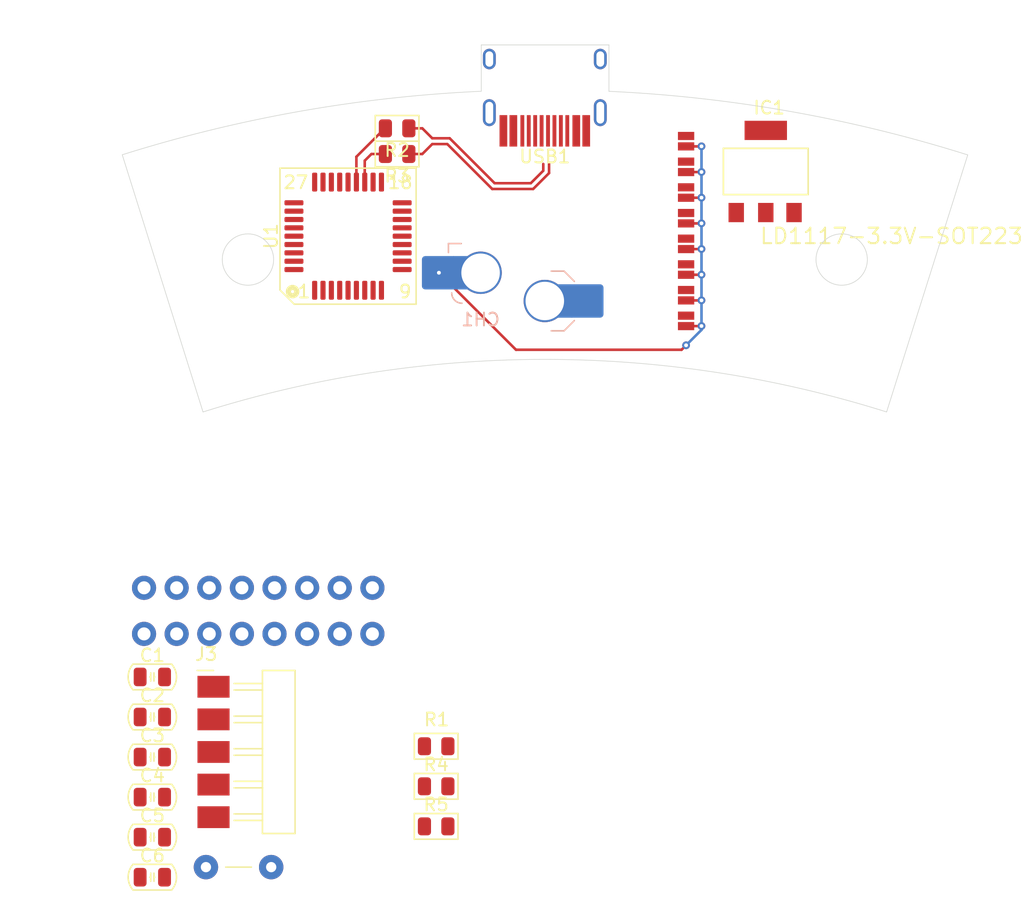
<source format=kicad_pcb>
(kicad_pcb (version 20241229) (generator "pcbnew") (generator_version "9.0")
  (layers (0 "F.Cu" signal) (2 "B.Cu" signal) (13 "F.Paste" user) (15 "B.Paste" user) (5 "F.SilkS" user "F.Silkscreen") (7 "B.SilkS" user "B.Silkscreen") (1 "F.Mask" user) (3 "B.Mask" user) (25 "Edge.Cuts" user))
  (net 0 "")
  (net 1 "/BTN2")
  (net 2 "/BTN8")
  (net 3 "/BTN6")
  (net 4 "/BTN5")
  (net 5 "/BTN3")
  (net 6 "+3.3V")
  (net 7 "/BTN7")
  (net 8 "/BTN4")
  (net 9 "/BTN1")
  (net 10 "GND")
  (net 12 "5V")
  (net 13 "/RST")
  (net 14 "/SWCLK")
  (net 15 "/SWDIO")
  (net 16 "Net-(JMP_BTN1-A)")
  (net 17 "Net-(U1-PB8-BOOT0)")
  (net 19 "Net-(U1-PA12)")
  (net 20 "Net-(U1-PA11)")
  (net 21 "Net-(USB1-CC2)")
  (net 22 "Net-(USB1-CC1)")
  (net 36 "/D+")
  (net 37 "/D-")
  (footprint "PCM_SparkFun-Jumper:Jumper_2_NO_NoSilk" (layer "F.Cu") (at 161 105.5 -90)
    (property "Reference" "JMP_BTN2")
    (property "Value" "~")
    (pad "1" smd rect (at -0.4064 0 270) (size 0.635 1.27) (layers "F.Cu" "F.Mask") (net 1 "/BTN2"))
    (pad "2" smd rect (at 0.4064 0 270) (size 0.635 1.27) (layers "F.Cu" "F.Mask") (net 16 "Net-(JMP_BTN1-A)"))
  )
  (footprint "PCM_Capacitor_SMD_Handsoldering_AKL:C_0805_2012Metric" (layer "F.Cu") (at 119.440894 138.36)
    (property "Reference" "C2" (at 0 -1.68 0) (layer "F.SilkS"))
    (property "Value" "100uF" (hide yes))
    (fp_line (start -1.5 1) (end 1.5 1) (stroke (width 0.12)) (layer "F.SilkS"))
    (fp_line (start -0.127 -0.3175) (end -0.127 0.3175) (stroke (width 0.12)) (layer "F.SilkS"))
    (fp_line (start -0.127 0) (end -0.1905 0) (stroke (width 0.12)) (layer "F.SilkS"))
    (fp_line (start 0.127 0) (end 0.1905 0) (stroke (width 0.12)) (layer "F.SilkS"))
    (fp_line (start 0.127 0.3175) (end 0.127 -0.3175) (stroke (width 0.12)) (layer "F.SilkS"))
    (fp_line (start 1.5 -1) (end -1.5 -1) (stroke (width 0.12)) (layer "F.SilkS"))
    (fp_arc (start -1.5 1) (mid -1.880894 0) (end -1.5 -1) (stroke (width 0.12)) (layer "F.SilkS"))
    (fp_arc (start 1.5 -1) (mid 1.880894 0) (end 1.5 1) (stroke (width 0.12)) (layer "F.SilkS"))
    (pad "1" smd roundrect (at -0.95 0) (size 1 1.45) (layers "F.Cu" "F.Mask" "F.Paste") (net 10 "GND"))
    (pad "2" smd roundrect (at 0.95 0) (size 1 1.45) (layers "F.Cu" "F.Mask" "F.Paste") (net 6 "+3.3V"))
  )
  (footprint "PCM_Capacitor_SMD_Handsoldering_AKL:C_0805_2012Metric" (layer "F.Cu") (at 119.440894 147.72)
    (property "Reference" "C5" (at 0 -1.68 0) (layer "F.SilkS"))
    (property "Value" "100uF" (hide yes))
    (fp_line (start -1.5 1) (end 1.5 1) (stroke (width 0.12)) (layer "F.SilkS"))
    (fp_line (start -0.127 -0.3175) (end -0.127 0.3175) (stroke (width 0.12)) (layer "F.SilkS"))
    (fp_line (start -0.127 0) (end -0.1905 0) (stroke (width 0.12)) (layer "F.SilkS"))
    (fp_line (start 0.127 0) (end 0.1905 0) (stroke (width 0.12)) (layer "F.SilkS"))
    (fp_line (start 0.127 0.3175) (end 0.127 -0.3175) (stroke (width 0.12)) (layer "F.SilkS"))
    (fp_line (start 1.5 -1) (end -1.5 -1) (stroke (width 0.12)) (layer "F.SilkS"))
    (fp_arc (start -1.5 1) (mid -1.880894 0) (end -1.5 -1) (stroke (width 0.12)) (layer "F.SilkS"))
    (fp_arc (start 1.5 -1) (mid 1.880894 0) (end 1.5 1) (stroke (width 0.12)) (layer "F.SilkS"))
    (pad "1" smd roundrect (at -0.95 0) (size 1 1.45) (layers "F.Cu" "F.Mask" "F.Paste") (net 10 "GND"))
    (pad "2" smd roundrect (at 0.95 0) (size 1 1.45) (layers "F.Cu" "F.Mask" "F.Paste") (net 6 "+3.3V"))
  )
  (footprint "PCM_SparkFun-Connector:1x08_P2.54mm" (layer "F.Cu") (at 118.795 128.295)
    (property "Reference" "J1")
    (property "Value" "Input")
    (pad "1" thru_hole circle (at 0 0 90) (size 1.8796 1.8796) (drill 1.016) (layers "*.Cu" "*.Mask") (net 6 "+3.3V"))
    (pad "2" thru_hole circle (at 2.54 0 90) (size 1.8796 1.8796) (drill 1.016) (layers "*.Cu" "*.Mask") (net 1 "/BTN2"))
    (pad "3" thru_hole circle (at 5.08 0 90) (size 1.8796 1.8796) (drill 1.016) (layers "*.Cu" "*.Mask") (net 5 "/BTN3"))
    (pad "4" thru_hole circle (at 7.62 0 90) (size 1.8796 1.8796) (drill 1.016) (layers "*.Cu" "*.Mask") (net 8 "/BTN4"))
    (pad "5" thru_hole circle (at 10.16 0 90) (size 1.8796 1.8796) (drill 1.016) (layers "*.Cu" "*.Mask") (net 4 "/BTN5"))
    (pad "6" thru_hole circle (at 12.7 0 90) (size 1.8796 1.8796) (drill 1.016) (layers "*.Cu" "*.Mask") (net 3 "/BTN6"))
    (pad "7" thru_hole circle (at 15.24 0 90) (size 1.8796 1.8796) (drill 1.016) (layers "*.Cu" "*.Mask") (net 7 "/BTN7"))
    (pad "8" thru_hole circle (at 17.78 0 90) (size 1.8796 1.8796) (drill 1.016) (layers "*.Cu" "*.Mask") (net 2 "/BTN8"))
  )
  (footprint "PCM_SparkFun-Jumper:Jumper_2_NO_NoSilk" (layer "F.Cu") (at 161 93.5 -90)
    (property "Reference" "JMP_BTN8")
    (property "Value" "~")
    (pad "1" smd rect (at -0.4064 0 270) (size 0.635 1.27) (layers "F.Cu" "F.Mask") (net 2 "/BTN8"))
    (pad "2" smd rect (at 0.4064 0 270) (size 0.635 1.27) (layers "F.Cu" "F.Mask") (net 16 "Net-(JMP_BTN1-A)"))
  )
  (footprint "PCM_Resistor_SMD_AKL:R_0805_2012Metric" (layer "F.Cu") (at 141.54 140.64)
    (property "Reference" "R1" (at 0.0336 -2.08 180) (layer "F.SilkS"))
    (property "Value" "10k" (hide yes))
    (fp_line (start -1.7 -1) (end -1.7 1) (stroke (width 0.12)) (layer "F.SilkS"))
    (fp_line (start -1.7 1) (end 1.7 1) (stroke (width 0.12)) (layer "F.SilkS"))
    (fp_line (start 1.7 -1) (end -1.7 -1) (stroke (width 0.12)) (layer "F.SilkS"))
    (fp_line (start 1.7 1) (end 1.7 -1) (stroke (width 0.12)) (layer "F.SilkS"))
    (pad "1" smd roundrect (at -0.9125 0) (size 1.025 1.4) (layers "F.Cu" "F.Mask" "F.Paste") (roundrect_rratio 0.243902) (net 10 "GND"))
    (pad "2" smd roundrect (at 0.9125 0) (size 1.025 1.4) (layers "F.Cu" "F.Mask" "F.Paste") (roundrect_rratio 0.243902) (net 17 "Net-(U1-PB8-BOOT0)"))
  )
  (footprint "PCM_SL_Jumpers:JUP_P5.08mm" (layer "F.Cu") (at 126.155 150.055)
    (property "Reference" "JP1" (hide yes))
    (property "Value" "JUP_P5.08mm")
    (fp_line (start -1 0) (end 1 0) (stroke (width 0.12)) (layer "F.SilkS"))
    (pad "1" thru_hole circle (at -2.54 0) (size 1.9 1.9) (drill 0.8) (layers "*.Cu" "*.Mask") (net 13 "/RST"))
    (pad "2" thru_hole circle (at 2.54 0) (size 1.9 1.9) (drill 0.8) (layers "*.Cu" "*.Mask") (net 10 "GND"))
  )
  (footprint "PCM_SparkFun-Jumper:Jumper_2_NO_NoSilk" (layer "F.Cu") (at 161 95.5 -90)
    (property "Reference" "JMP_BTN7")
    (property "Value" "~")
    (pad "1" smd rect (at -0.4064 0 270) (size 0.635 1.27) (layers "F.Cu" "F.Mask") (net 7 "/BTN7"))
    (pad "2" smd rect (at 0.4064 0 270) (size 0.635 1.27) (layers "F.Cu" "F.Mask") (net 16 "Net-(JMP_BTN1-A)"))
  )
  (footprint "PCM_SparkFun-Jumper:Jumper_2_NO_NoSilk" (layer "F.Cu") (at 161 97.5 -90)
    (property "Reference" "JMP_BTN6")
    (property "Value" "~")
    (pad "1" smd rect (at -0.4064 0 270) (size 0.635 1.27) (layers "F.Cu" "F.Mask") (net 3 "/BTN6"))
    (pad "2" smd rect (at 0.4064 0 270) (size 0.635 1.27) (layers "F.Cu" "F.Mask") (net 16 "Net-(JMP_BTN1-A)"))
  )
  (footprint "PCM_Resistor_SMD_AKL:R_0805_2012Metric" (layer "F.Cu") (at 138.5 94.5 180)
    (property "Reference" "R3" (at 0 -1.7 0) (layer "F.SilkS"))
    (property "Value" "22" (hide yes))
    (fp_line (start 1.7 1) (end 1.7 -1) (stroke (width 0.12)) (layer "F.SilkS"))
    (fp_line (start 1.7 -1) (end -1.7 -1) (stroke (width 0.12)) (layer "F.SilkS"))
    (fp_line (start -1.7 1) (end 1.7 1) (stroke (width 0.12)) (layer "F.SilkS"))
    (fp_line (start -1.7 -1) (end -1.7 1) (stroke (width 0.12)) (layer "F.SilkS"))
    (pad "1" smd roundrect (at -0.9125 0 180) (size 1.025 1.4) (layers "F.Cu" "F.Mask" "F.Paste") (roundrect_rratio 0.243902) (net 37 "/D-"))
    (pad "2" smd roundrect (at 0.9125 0 180) (size 1.025 1.4) (layers "F.Cu" "F.Mask" "F.Paste") (roundrect_rratio 0.243902) (net 20 "Net-(U1-PA11)"))
  )
  (footprint "PCM_Capacitor_SMD_Handsoldering_AKL:C_0805_2012Metric" (layer "F.Cu") (at 119.440894 144.6)
    (property "Reference" "C4" (at 0 -1.68 0) (layer "F.SilkS"))
    (property "Value" "100uF" (hide yes))
    (fp_line (start -1.5 1) (end 1.5 1) (stroke (width 0.12)) (layer "F.SilkS"))
    (fp_line (start -0.127 -0.3175) (end -0.127 0.3175) (stroke (width 0.12)) (layer "F.SilkS"))
    (fp_line (start -0.127 0) (end -0.1905 0) (stroke (width 0.12)) (layer "F.SilkS"))
    (fp_line (start 0.127 0) (end 0.1905 0) (stroke (width 0.12)) (layer "F.SilkS"))
    (fp_line (start 0.127 0.3175) (end 0.127 -0.3175) (stroke (width 0.12)) (layer "F.SilkS"))
    (fp_line (start 1.5 -1) (end -1.5 -1) (stroke (width 0.12)) (layer "F.SilkS"))
    (fp_arc (start -1.5 1) (mid -1.880894 0) (end -1.5 -1) (stroke (width 0.12)) (layer "F.SilkS"))
    (fp_arc (start 1.5 -1) (mid 1.880894 0) (end 1.5 1) (stroke (width 0.12)) (layer "F.SilkS"))
    (pad "1" smd roundrect (at -0.95 0) (size 1 1.45) (layers "F.Cu" "F.Mask" "F.Paste") (net 10 "GND"))
    (pad "2" smd roundrect (at 0.95 0) (size 1 1.45) (layers "F.Cu" "F.Mask" "F.Paste") (net 6 "+3.3V"))
  )
  (footprint "extern:HRO-TYPE-C-31-M-12-HandSoldering" (layer "F.Cu") (at 150 84.5 180)
    (property "Reference" "USB1" (at -0.000001 -10.2 0) (layer "F.SilkS"))
    (property "Value" "HRO-TYPE-C-31-M-12")
    (pad "" np_thru_hole circle (at -2.89 -6.25 180) (size 0.65 0.65) (drill 0.65) (layers "*.Cu" "*.Mask"))
    (pad "" np_thru_hole circle (at 2.89 -6.25 180) (size 0.65 0.65) (drill 0.65) (layers "*.Cu" "*.Mask"))
    (pad "1" smd rect (at -3.225 -8.195 180) (size 0.6 2.45) (layers "F.Cu" "F.Mask" "F.Paste") (net 10 "GND"))
    (pad "2" smd rect (at -2.450001 -8.195 180) (size 0.6 2.45) (layers "F.Cu" "F.Mask" "F.Paste") (net 12 "5V"))
    (pad "3" smd rect (at -1.75 -8.195 180) (size 0.3 2.45) (layers "F.Cu" "F.Mask" "F.Paste"))
    (pad "4" smd rect (at -1.250001 -8.195 180) (size 0.3 2.45) (layers "F.Cu" "F.Mask" "F.Paste") (net 22 "Net-(USB1-CC1)"))
    (pad "5" smd rect (at -0.75 -8.195 180) (size 0.3 2.45) (layers "F.Cu" "F.Mask" "F.Paste") (net 37 "/D-"))
    (pad "6" smd rect (at -0.25 -8.194999 180) (size 0.3 2.45) (layers "F.Cu" "F.Mask" "F.Paste") (net 36 "/D+"))
    (pad "7" smd rect (at 0.250001 -8.195 180) (size 0.3 2.45) (layers "F.Cu" "F.Mask" "F.Paste") (net 37 "/D-"))
    (pad "8" smd rect (at 0.75 -8.195 180) (size 0.3 2.45) (layers "F.Cu" "F.Mask" "F.Paste") (net 36 "/D+"))
    (pad "9" smd rect (at 1.25 -8.195001 180) (size 0.3 2.45) (layers "F.Cu" "F.Mask" "F.Paste"))
    (pad "10" smd rect (at 1.750001 -8.195 180) (size 0.3 2.45) (layers "F.Cu" "F.Mask" "F.Paste") (net 21 "Net-(USB1-CC2)"))
    (pad "11" smd rect (at 2.450001 -8.195 180) (size 0.6 2.45) (layers "F.Cu" "F.Mask" "F.Paste") (net 12 "5V"))
    (pad "12" smd rect (at 3.224999 -8.195 180) (size 0.6 2.45) (layers "F.Cu" "F.Mask" "F.Paste") (net 10 "GND"))
    (pad "13" thru_hole oval (at -4.320001 -2.6 180) (size 1 1.6) (drill oval 0.6 1.2) (layers "*.Cu" "B.Mask") (net 10 "GND"))
    (pad "13" thru_hole oval (at -4.32 -6.78 180) (size 1 2.1) (drill oval 0.6 1.7) (layers "*.Cu" "B.Mask") (net 10 "GND"))
    (pad "13" thru_hole oval (at 4.32 -6.78 180) (size 1 2.1) (drill oval 0.6 1.7) (layers "*.Cu" "B.Mask") (net 10 "GND"))
    (pad "13" thru_hole oval (at 4.32 -2.6 180) (size 1 1.6) (drill oval 0.6 1.2) (layers "*.Cu" "B.Mask") (net 10 "GND"))
  )
  (footprint "PCM_SparkFun-Jumper:Jumper_2_NO_NoSilk" (layer "F.Cu") (at 161 103.5 -90)
    (property "Reference" "JMP_BTN3")
    (property "Value" "~")
    (pad "1" smd rect (at -0.4064 0 270) (size 0.635 1.27) (layers "F.Cu" "F.Mask") (net 5 "/BTN3"))
    (pad "2" smd rect (at 0.4064 0 270) (size 0.635 1.27) (layers "F.Cu" "F.Mask") (net 16 "Net-(JMP_BTN1-A)"))
  )
  (footprint "PCM_SparkFun-Jumper:Jumper_2_NO_NoSilk" (layer "F.Cu") (at 161 101.5 -90)
    (property "Reference" "JMP_BTN4")
    (property "Value" "~")
    (pad "1" smd rect (at -0.4064 0 270) (size 0.635 1.27) (layers "F.Cu" "F.Mask") (net 8 "/BTN4"))
    (pad "2" smd rect (at 0.4064 0 270) (size 0.635 1.27) (layers "F.Cu" "F.Mask") (net 16 "Net-(JMP_BTN1-A)"))
  )
  (footprint "PCM_Package_QFP_AKL:LQFP-36_7x7mm_P0.65mm" (layer "F.Cu") (at 134.679806 100.90103 90)
    (property "Reference" "U1" (at 0 -5.993 90) (layer "F.SilkS"))
    (property "Value" "~" (hide yes))
    (fp_line (start 5.3 -5.3) (end 5.3 5.3) (stroke (width 0.12)) (layer "F.SilkS"))
    (fp_line (start -4.191 -5.3) (end 5.3 -5.3) (stroke (width 0.12)) (layer "F.SilkS"))
    (fp_line (start -5.3 -4.191) (end -4.191 -5.3) (stroke (width 0.12)) (layer "F.SilkS"))
    (fp_line (start 5.3 5.3) (end -5.3 5.3) (stroke (width 0.12)) (layer "F.SilkS"))
    (fp_line (start -5.3 5.3) (end -5.3 -4.191) (stroke (width 0.12)) (layer "F.SilkS"))
    (fp_circle (center -4.318 -4.318) (end -4.191 -4.318) (stroke (width 0.4)) (fill no) (layer "F.SilkS"))
    (fp_text user "1" (at -4.318 -3.429 0) (layer "F.SilkS"))
    (fp_text user "18" (at 4.191 4.064 0) (layer "F.SilkS"))
    (fp_text user "27" (at 4.191 -4.064 0) (layer "F.SilkS"))
    (fp_text user "9" (at -4.318 4.445 0) (layer "F.SilkS"))
    (pad "1" smd roundrect (at -4.2125 -2.6 90) (size 1.475 0.4) (layers "F.Cu" "F.Mask" "F.Paste") (net 6 "+3.3V"))
    (pad "2" smd roundrect (at -4.2125 -1.95 90) (size 1.475 0.4) (layers "F.Cu" "F.Mask" "F.Paste"))
    (pad "3" smd roundrect (at -4.2125 -1.3 90) (size 1.475 0.4) (layers "F.Cu" "F.Mask" "F.Paste"))
    (pad "4" smd roundrect (at -4.2125 -0.65 90) (size 1.475 0.4) (layers "F.Cu" "F.Mask" "F.Paste") (net 13 "/RST"))
    (pad "5" smd roundrect (at -4.2125 0 90) (size 1.475 0.4) (layers "F.Cu" "F.Mask" "F.Paste") (net 6 "+3.3V"))
    (pad "6" smd roundrect (at -4.2125 0.65 90) (size 1.475 0.4) (layers "F.Cu" "F.Mask" "F.Paste") (net 9 "/BTN1"))
    (pad "7" smd roundrect (at -4.2125 1.3 90) (size 1.475 0.4) (layers "F.Cu" "F.Mask" "F.Paste") (net 1 "/BTN2"))
    (pad "8" smd roundrect (at -4.2125 1.95 90) (size 1.475 0.4) (layers "F.Cu" "F.Mask" "F.Paste") (net 5 "/BTN3"))
    (pad "9" smd roundrect (at -4.2125 2.6 90) (size 1.475 0.4) (layers "F.Cu" "F.Mask" "F.Paste") (net 8 "/BTN4"))
    (pad "10" smd roundrect (at -2.6 4.2125 90) (size 0.4 1.475) (layers "F.Cu" "F.Mask" "F.Paste") (net 4 "/BTN5"))
    (pad "11" smd roundrect (at -1.95 4.2125 90) (size 0.4 1.475) (layers "F.Cu" "F.Mask" "F.Paste") (net 3 "/BTN6"))
    (pad "12" smd roundrect (at -1.3 4.2125 90) (size 0.4 1.475) (layers "F.Cu" "F.Mask" "F.Paste") (net 7 "/BTN7"))
    (pad "13" smd roundrect (at -0.65 4.2125 90) (size 0.4 1.475) (layers "F.Cu" "F.Mask" "F.Paste") (net 2 "/BTN8"))
    (pad "14" smd roundrect (at 0 4.2125 90) (size 0.4 1.475) (layers "F.Cu" "F.Mask" "F.Paste"))
    (pad "15" smd roundrect (at 0.65 4.2125 90) (size 0.4 1.475) (layers "F.Cu" "F.Mask" "F.Paste"))
    (pad "16" smd roundrect (at 1.3 4.2125 90) (size 0.4 1.475) (layers "F.Cu" "F.Mask" "F.Paste") (net 10 "GND"))
    (pad "17" smd roundrect (at 1.95 4.2125 90) (size 0.4 1.475) (layers "F.Cu" "F.Mask" "F.Paste") (net 6 "+3.3V"))
    (pad "18" smd roundrect (at 2.6 4.2125 90) (size 0.4 1.475) (layers "F.Cu" "F.Mask" "F.Paste"))
    (pad "19" smd roundrect (at 4.2125 2.6 90) (size 1.475 0.4) (layers "F.Cu" "F.Mask" "F.Paste"))
    (pad "20" smd roundrect (at 4.2125 1.95 90) (size 1.475 0.4) (layers "F.Cu" "F.Mask" "F.Paste"))
    (pad "21" smd roundrect (at 4.2125 1.3 90) (size 1.475 0.4) (layers "F.Cu" "F.Mask" "F.Paste") (net 20 "Net-(U1-PA11)"))
    (pad "22" smd roundrect (at 4.2125 0.65 90) (size 1.475 0.4) (layers "F.Cu" "F.Mask" "F.Paste") (net 19 "Net-(U1-PA12)"))
    (pad "23" smd roundrect (at 4.2125 0 90) (size 1.475 0.4) (layers "F.Cu" "F.Mask" "F.Paste") (net 15 "/SWDIO"))
    (pad "24" smd roundrect (at 4.2125 -0.65 90) (size 1.475 0.4) (layers "F.Cu" "F.Mask" "F.Paste") (net 14 "/SWCLK"))
    (pad "25" smd roundrect (at 4.2125 -1.3 90) (size 1.475 0.4) (layers "F.Cu" "F.Mask" "F.Paste"))
    (pad "26" smd roundrect (at 4.2125 -1.95 90) (size 1.475 0.4) (layers "F.Cu" "F.Mask" "F.Paste"))
    (pad "27" smd roundrect (at 4.2125 -2.6 90) (size 1.475 0.4) (layers "F.Cu" "F.Mask" "F.Paste"))
    (pad "28" smd roundrect (at 2.6 -4.2125 90) (size 0.4 1.475) (layers "F.Cu" "F.Mask" "F.Paste"))
    (pad "29" smd roundrect (at 1.95 -4.2125 90) (size 0.4 1.475) (layers "F.Cu" "F.Mask" "F.Paste"))
    (pad "30" smd roundrect (at 1.3 -4.2125 90) (size 0.4 1.475) (layers "F.Cu" "F.Mask" "F.Paste"))
    (pad "31" smd roundrect (at 0.65 -4.2125 90) (size 0.4 1.475) (layers "F.Cu" "F.Mask" "F.Paste") (net 17 "Net-(U1-PB8-BOOT0)"))
    (pad "32" smd roundrect (at 0 -4.2125 90) (size 0.4 1.475) (layers "F.Cu" "F.Mask" "F.Paste") (net 10 "GND"))
    (pad "33" smd roundrect (at -0.65 -4.2125 90) (size 0.4 1.475) (layers "F.Cu" "F.Mask" "F.Paste"))
    (pad "34" smd roundrect (at -1.3 -4.2125 90) (size 0.4 1.475) (layers "F.Cu" "F.Mask" "F.Paste"))
    (pad "35" smd roundrect (at -1.95 -4.2125 90) (size 0.4 1.475) (layers "F.Cu" "F.Mask" "F.Paste"))
    (pad "36" smd roundrect (at -2.6 -4.2125 90) (size 0.4 1.475) (layers "F.Cu" "F.Mask" "F.Paste"))
  )
  (footprint "PCM_Resistor_SMD_AKL:R_0805_2012Metric" (layer "F.Cu") (at 141.54 143.76)
    (property "Reference" "R4" (at 0 -1.7 0) (layer "F.SilkS"))
    (property "Value" "5.1k" (hide yes))
    (fp_line (start -1.7 -1) (end -1.7 1) (stroke (width 0.12)) (layer "F.SilkS"))
    (fp_line (start -1.7 1) (end 1.7 1) (stroke (width 0.12)) (layer "F.SilkS"))
    (fp_line (start 1.7 -1) (end -1.7 -1) (stroke (width 0.12)) (layer "F.SilkS"))
    (fp_line (start 1.7 1) (end 1.7 -1) (stroke (width 0.12)) (layer "F.SilkS"))
    (pad "1" smd roundrect (at -0.9125 0) (size 1.025 1.4) (layers "F.Cu" "F.Mask" "F.Paste") (roundrect_rratio 0.243902) (net 21 "Net-(USB1-CC2)"))
    (pad "2" smd roundrect (at 0.9125 0) (size 1.025 1.4) (layers "F.Cu" "F.Mask" "F.Paste") (roundrect_rratio 0.243902) (net 10 "GND"))
  )
  (footprint "PCM_SparkFun-Connector:1x08_P2.54mm" (layer "F.Cu") (at 118.795 131.885)
    (property "Reference" "J2")
    (property "Value" "Output")
    (pad "1" thru_hole circle (at 0 0 90) (size 1.8796 1.8796) (drill 1.016) (layers "*.Cu" "*.Mask") (net 6 "+3.3V"))
    (pad "2" thru_hole circle (at 2.54 0 90) (size 1.8796 1.8796) (drill 1.016) (layers "*.Cu" "*.Mask") (net 1 "/BTN2"))
    (pad "3" thru_hole circle (at 5.08 0 90) (size 1.8796 1.8796) (drill 1.016) (layers "*.Cu" "*.Mask") (net 5 "/BTN3"))
    (pad "4" thru_hole circle (at 7.62 0 90) (size 1.8796 1.8796) (drill 1.016) (layers "*.Cu" "*.Mask") (net 8 "/BTN4"))
    (pad "5" thru_hole circle (at 10.16 0 90) (size 1.8796 1.8796) (drill 1.016) (layers "*.Cu" "*.Mask") (net 4 "/BTN5"))
    (pad "6" thru_hole circle (at 12.7 0 90) (size 1.8796 1.8796) (drill 1.016) (layers "*.Cu" "*.Mask") (net 3 "/BTN6"))
    (pad "7" thru_hole circle (at 15.24 0 90) (size 1.8796 1.8796) (drill 1.016) (layers "*.Cu" "*.Mask") (net 7 "/BTN7"))
    (pad "8" thru_hole circle (at 17.78 0 90) (size 1.8796 1.8796) (drill 1.016) (layers "*.Cu" "*.Mask") (net 2 "/BTN8"))
  )
  (footprint "PCM_Resistor_SMD_AKL:R_0805_2012Metric" (layer "F.Cu") (at 138.5 92.5 180)
    (property "Reference" "R2" (at 0 -1.7 0) (layer "F.SilkS"))
    (property "Value" "22" (hide yes))
    (fp_line (start 1.7 1) (end 1.7 -1) (stroke (width 0.12)) (layer "F.SilkS"))
    (fp_line (start 1.7 -1) (end -1.7 -1) (stroke (width 0.12)) (layer "F.SilkS"))
    (fp_line (start -1.7 1) (end 1.7 1) (stroke (width 0.12)) (layer "F.SilkS"))
    (fp_line (start -1.7 -1) (end -1.7 1) (stroke (width 0.12)) (layer "F.SilkS"))
    (pad "1" smd roundrect (at -0.9125 0 180) (size 1.025 1.4) (layers "F.Cu" "F.Mask" "F.Paste") (roundrect_rratio 0.243902) (net 36 "/D+"))
    (pad "2" smd roundrect (at 0.9125 0 180) (size 1.025 1.4) (layers "F.Cu" "F.Mask" "F.Paste") (roundrect_rratio 0.243902) (net 19 "Net-(U1-PA12)"))
  )
  (footprint "PCM_SparkFun-Jumper:Jumper_2_NO_NoSilk" (layer "F.Cu") (at 161 107.5 90)
    (property "Reference" "JMP_BTN1")
    (property "Value" "~")
    (pad "1" smd rect (at -0.4064 0 90) (size 0.635 1.27) (layers "F.Cu" "F.Mask") (net 16 "Net-(JMP_BTN1-A)"))
    (pad "2" smd rect (at 0.4064 0 90) (size 0.635 1.27) (layers "F.Cu" "F.Mask") (net 9 "/BTN1"))
  )
  (footprint "PCM_SparkFun-Jumper:Jumper_2_NO_NoSilk" (layer "F.Cu") (at 161 99.5 -90)
    (property "Reference" "JMP_BTN5")
    (property "Value" "~")
    (pad "1" smd rect (at -0.4064 0 270) (size 0.635 1.27) (layers "F.Cu" "F.Mask") (net 4 "/BTN5"))
    (pad "2" smd rect (at 0.4064 0 270) (size 0.635 1.27) (layers "F.Cu" "F.Mask") (net 16 "Net-(JMP_BTN1-A)"))
  )
  (footprint "PCM_Resistor_SMD_AKL:R_0805_2012Metric" (layer "F.Cu") (at 141.54 146.88)
    (property "Reference" "R5" (at 0 -1.7 0) (layer "F.SilkS"))
    (property "Value" "5.1k" (hide yes))
    (fp_line (start -1.7 -1) (end -1.7 1) (stroke (width 0.12)) (layer "F.SilkS"))
    (fp_line (start -1.7 1) (end 1.7 1) (stroke (width 0.12)) (layer "F.SilkS"))
    (fp_line (start 1.7 -1) (end -1.7 -1) (stroke (width 0.12)) (layer "F.SilkS"))
    (fp_line (start 1.7 1) (end 1.7 -1) (stroke (width 0.12)) (layer "F.SilkS"))
    (pad "1" smd roundrect (at -0.9125 0) (size 1.025 1.4) (layers "F.Cu" "F.Mask" "F.Paste") (roundrect_rratio 0.243902) (net 10 "GND"))
    (pad "2" smd roundrect (at 0.9125 0) (size 1.025 1.4) (layers "F.Cu" "F.Mask" "F.Paste") (roundrect_rratio 0.243902) (net 22 "Net-(USB1-CC1)"))
  )
  (footprint "PCM_Capacitor_SMD_Handsoldering_AKL:C_0805_2012Metric" (layer "F.Cu") (at 119.440894 141.48)
    (property "Reference" "C3" (at 0 -1.68 0) (layer "F.SilkS"))
    (property "Value" "1uF" (hide yes))
    (fp_line (start -1.5 1) (end 1.5 1) (stroke (width 0.12)) (layer "F.SilkS"))
    (fp_line (start -0.127 -0.3175) (end -0.127 0.3175) (stroke (width 0.12)) (layer "F.SilkS"))
    (fp_line (start -0.127 0) (end -0.1905 0) (stroke (width 0.12)) (layer "F.SilkS"))
    (fp_line (start 0.127 0) (end 0.1905 0) (stroke (width 0.12)) (layer "F.SilkS"))
    (fp_line (start 0.127 0.3175) (end 0.127 -0.3175) (stroke (width 0.12)) (layer "F.SilkS"))
    (fp_line (start 1.5 -1) (end -1.5 -1) (stroke (width 0.12)) (layer "F.SilkS"))
    (fp_arc (start -1.5 1) (mid -1.880894 0) (end -1.5 -1) (stroke (width 0.12)) (layer "F.SilkS"))
    (fp_arc (start 1.5 -1) (mid 1.880894 0) (end 1.5 1) (stroke (width 0.12)) (layer "F.SilkS"))
    (pad "1" smd roundrect (at -0.95 0) (size 1 1.45) (layers "F.Cu" "F.Mask" "F.Paste") (net 12 "5V"))
    (pad "2" smd roundrect (at 0.95 0) (size 1 1.45) (layers "F.Cu" "F.Mask" "F.Paste") (net 10 "GND"))
  )
  (footprint "PCM_Capacitor_SMD_Handsoldering_AKL:C_0805_2012Metric" (layer "F.Cu") (at 119.440894 150.84)
    (property "Reference" "C6" (at 0 -1.68 0) (layer "F.SilkS"))
    (property "Value" "100uF" (hide yes))
    (fp_line (start -1.5 1) (end 1.5 1) (stroke (width 0.12)) (layer "F.SilkS"))
    (fp_line (start -0.127 -0.3175) (end -0.127 0.3175) (stroke (width 0.12)) (layer "F.SilkS"))
    (fp_line (start -0.127 0) (end -0.1905 0) (stroke (width 0.12)) (layer "F.SilkS"))
    (fp_line (start 0.127 0) (end 0.1905 0) (stroke (width 0.12)) (layer "F.SilkS"))
    (fp_line (start 0.127 0.3175) (end 0.127 -0.3175) (stroke (width 0.12)) (layer "F.SilkS"))
    (fp_line (start 1.5 -1) (end -1.5 -1) (stroke (width 0.12)) (layer "F.SilkS"))
    (fp_arc (start -1.5 1) (mid -1.880894 0) (end -1.5 -1) (stroke (width 0.12)) (layer "F.SilkS"))
    (fp_arc (start 1.5 -1) (mid 1.880894 0) (end 1.5 1) (stroke (width 0.12)) (layer "F.SilkS"))
    (pad "1" smd roundrect (at -0.95 0) (size 1 1.45) (layers "F.Cu" "F.Mask" "F.Paste") (net 10 "GND"))
    (pad "2" smd roundrect (at 0.95 0) (size 1 1.45) (layers "F.Cu" "F.Mask" "F.Paste") (net 13 "/RST"))
  )
  (footprint "PCM_4ms_Package_SOT:SOT223" (layer "F.Cu") (at 167.205 95.86)
    (property "Reference" "IC1" (at -1.05 -4.38 0) (layer "F.SilkS") (effects (justify left bottom)))
    (property "Value" "LD1117-3.3V-SOT223" (at -0.54 5.74 0) (layer "F.SilkS") (effects (font (size 1.2065 1.2065) (thickness 0.1524)) (justify left bottom)))
    (fp_line (start -3.3 -1.8) (end -3.3 1.8) (stroke (width 0.127)) (layer "F.SilkS"))
    (fp_line (start -3.3 1.8) (end 3.3 1.8) (stroke (width 0.127)) (layer "F.SilkS"))
    (fp_line (start 3.3 -1.8) (end -3.3 -1.8) (stroke (width 0.127)) (layer "F.SilkS"))
    (fp_line (start 3.3 1.8) (end 3.3 -1.8) (stroke (width 0.127)) (layer "F.SilkS"))
    (pad "1" smd rect (at -2.3 3.2) (size 1.2 1.5) (layers "F.Cu" "F.Mask" "F.Paste") (net 10 "GND"))
    (pad "2" smd rect (at 0 3.2) (size 1.2 1.5) (layers "F.Cu" "F.Mask" "F.Paste") (net 6 "+3.3V"))
    (pad "2B" smd rect (at 0 -3.2) (size 3.3 1.5) (layers "F.Cu" "F.Mask" "F.Paste"))
    (pad "3" smd rect (at 2.2 3.2) (size 1.2 1.5) (layers "F.Cu" "F.Mask" "F.Paste") (net 12 "5V"))
  )
  (footprint "PCM_fab:PinHeader_01x05_P2.54mm_Horizontal_SMD" (layer "F.Cu") (at 124.205 136.005)
    (property "Reference" "J3" (at -1.524 -2.54 180) (layer "F.SilkS") (effects (justify left)))
    (property "Value" "PinHeader_01x05_P2.54mm_Horizontal_SMD")
    (fp_line (start -1.27 -1.27) (end 0 -1.27) (stroke (width 0.12)) (layer "F.SilkS"))
    (fp_line (start 3.81 -1.27) (end 6.35 -1.27) (stroke (width 0.12)) (layer "F.SilkS"))
    (fp_line (start 3.81 -0.254) (end 1.6 -0.254) (stroke (width 0.12)) (layer "F.SilkS"))
    (fp_line (start 3.81 0.254) (end 1.6 0.254) (stroke (width 0.12)) (layer "F.SilkS"))
    (fp_line (start 3.81 2.286) (end 1.6 2.286) (stroke (width 0.12)) (layer "F.SilkS"))
    (fp_line (start 3.81 2.794) (end 1.6 2.794) (stroke (width 0.12)) (layer "F.SilkS"))
    (fp_line (start 3.81 4.826) (end 1.6 4.826) (stroke (width 0.12)) (layer "F.SilkS"))
    (fp_line (start 3.81 5.334) (end 1.6 5.334) (stroke (width 0.12)) (layer "F.SilkS"))
    (fp_line (start 3.81 7.366) (end 1.6 7.366) (stroke (width 0.12)) (layer "F.SilkS"))
    (fp_line (start 3.81 7.874) (end 1.6 7.874) (stroke (width 0.12)) (layer "F.SilkS"))
    (fp_line (start 3.81 9.906) (end 1.6 9.906) (stroke (width 0.12)) (layer "F.SilkS"))
    (fp_line (start 3.81 10.414) (end 1.6 10.414) (stroke (width 0.12)) (layer "F.SilkS"))
    (fp_line (start 3.81 11.43) (end 3.81 -1.27) (stroke (width 0.12)) (layer "F.SilkS"))
    (fp_line (start 6.35 -1.27) (end 6.35 11.43) (stroke (width 0.12)) (layer "F.SilkS"))
    (fp_line (start 6.35 11.43) (end 3.81 11.43) (stroke (width 0.12)) (layer "F.SilkS"))
    (pad "1" smd rect (at 0 0) (size 2.5 1.7) (layers "F.Cu" "F.Mask" "F.Paste") (net 13 "/RST"))
    (pad "2" smd rect (at 0 2.54) (size 2.5 1.7) (layers "F.Cu" "F.Mask" "F.Paste") (net 15 "/SWDIO"))
    (pad "3" smd rect (at 0 5.08) (size 2.5 1.7) (layers "F.Cu" "F.Mask" "F.Paste") (net 14 "/SWCLK"))
    (pad "4" smd rect (at 0 7.62) (size 2.5 1.7) (layers "F.Cu" "F.Mask" "F.Paste") (net 10 "GND"))
    (pad "5" smd rect (at 0 10.16) (size 2.5 1.7) (layers "F.Cu" "F.Mask" "F.Paste") (net 6 "+3.3V"))
  )
  (footprint "PCM_Capacitor_SMD_Handsoldering_AKL:C_0805_2012Metric" (layer "F.Cu") (at 119.440894 135.24)
    (property "Reference" "C1" (at 0 -1.68 0) (layer "F.SilkS"))
    (property "Value" "10uF" (hide yes))
    (fp_line (start -1.5 1) (end 1.5 1) (stroke (width 0.12)) (layer "F.SilkS"))
    (fp_line (start -0.127 -0.3175) (end -0.127 0.3175) (stroke (width 0.12)) (layer "F.SilkS"))
    (fp_line (start -0.127 0) (end -0.1905 0) (stroke (width 0.12)) (layer "F.SilkS"))
    (fp_line (start 0.127 0) (end 0.1905 0) (stroke (width 0.12)) (layer "F.SilkS"))
    (fp_line (start 0.127 0.3175) (end 0.127 -0.3175) (stroke (width 0.12)) (layer "F.SilkS"))
    (fp_line (start 1.5 -1) (end -1.5 -1) (stroke (width 0.12)) (layer "F.SilkS"))
    (fp_arc (start -1.5 1) (mid -1.880894 0) (end -1.5 -1) (stroke (width 0.12)) (layer "F.SilkS"))
    (fp_arc (start 1.5 -1) (mid 1.880894 0) (end 1.5 1) (stroke (width 0.12)) (layer "F.SilkS"))
    (pad "1" smd roundrect (at -0.95 0) (size 1 1.45) (layers "F.Cu" "F.Mask" "F.Paste") (net 10 "GND"))
    (pad "2" smd roundrect (at 0.95 0) (size 1 1.45) (layers "F.Cu" "F.Mask" "F.Paste") (net 6 "+3.3V"))
  )
  (footprint "PCM_marbastlib-choc:SW_choc_v1_HS_CPG135001S30_1u" (layer "B.Cu") (at 150 100 180)
    (property "Reference" "CH1" (at 4.999999 -7.399999 0) (layer "B.SilkS") (effects (justify mirror)))
    (property "Value" "choc_v1_SW_HS")
    (fp_line (start 7.504 -1.475) (end 7.503999 -2.175) (stroke (width 0.12)) (layer "B.SilkS"))
    (fp_line (start 7.504 -1.475) (end 6.504 -1.474999) (stroke (width 0.12)) (layer "B.SilkS"))
    (fp_line (start -1.5 -3.625) (end -0.5 -3.625) (stroke (width 0.12)) (layer "B.SilkS"))
    (fp_line (start -1.5 -3.625) (end -2.3 -4.425) (stroke (width 0.12)) (layer "B.SilkS"))
    (fp_line (start -1.5 -8.275) (end -0.5 -8.275) (stroke (width 0.12)) (layer "B.SilkS"))
    (fp_line (start -2.299999 -7.475) (end -1.5 -8.275) (stroke (width 0.12)) (layer "B.SilkS"))
    (fp_arc (start 6.45 -6.125) (mid 7.015685 -5.890685) (end 7.25 -5.325001) (stroke (width 0.12)) (layer "B.SilkS"))
    (pad "" np_thru_hole circle (at -5.499999 -0.000001) (size 1.7 1.7) (drill 1.7) (layers "*.Cu" "*.Mask"))
    (pad "" np_thru_hole circle (at 0 0) (size 3.4 3.4) (drill 3.4) (layers "*.Cu" "*.Mask"))
    (pad "" np_thru_hole circle (at 5.499999 0.000001) (size 1.7 1.7) (drill 1.7) (layers "*.Cu" "*.Mask"))
    (pad "1" thru_hole circle (at 5 -3.75 180) (size 3.3 3.3) (drill 3) (property pad_prop_mechanical) (layers "*.Cu" "B.Mask") (net 16 "Net-(JMP_BTN1-A)"))
    (pad "1" smd rect (at 6.55 -3.75 180) (size 1.2 2.6) (layers "B.Cu") (net 16 "Net-(JMP_BTN1-A)"))
    (pad "1" smd roundrect (at 8.245 -3.75 180) (size 2.65 2.6) (layers "B.Cu" "B.Mask" "B.Paste") (roundrect_rratio 0.1) (net 16 "Net-(JMP_BTN1-A)"))
    (pad "2" smd roundrect (at -3.245001 -5.95 180) (size 2.65 2.6) (layers "B.Cu" "B.Mask" "B.Paste") (roundrect_rratio 0.1) (net 6 "+3.3V"))
    (pad "2" smd rect (at -1.55 -5.95) (size 1.2 2.6) (layers "B.Cu") (net 6 "+3.3V"))
    (pad "2" thru_hole circle (at -0.000001 -5.95 180) (size 3.3 3.3) (drill 3) (property pad_prop_mechanical) (layers "*.Cu" "B.Mask") (net 6 "+3.3V"))
  )
  (gr_line (start 154.992904 89.616687) (end 154.992904 86) (stroke (width 0.05)) (layer "Edge.Cuts"))
  (gr_arc (start 154.992904 89.616687) (mid 169.122868 91.185555) (end 182.930465 94.571925) (stroke (width 0.05)) (layer "Edge.Cuts"))
  (gr_line (start 145.051857 86) (end 155 86) (stroke (width 0.05)) (layer "Edge.Cuts"))
  (gr_line (start 123.387538 114.59605) (end 117.098414 94.55991) (stroke (width 0.05)) (layer "Edge.Cuts"))
  (gr_arc (start 123.387537 114.59605) (mid 150 110.5) (end 176.612463 114.59605) (stroke (width 0.05)) (layer "Edge.Cuts"))
  (gr_arc (start 117.098414 94.55991) (mid 130.914046 91.176194) (end 145.051731 89.611877) (stroke (width 0.05)) (layer "Edge.Cuts"))
  (gr_line (start 176.612463 114.59605) (end 182.931305 94.569262) (stroke (width 0.05)) (layer "Edge.Cuts"))
  (gr_circle (center 173.114303 102.722012) (end 175.114303 102.722012) (stroke (width 0.05)) (fill no) (layer "Edge.Cuts"))
  (gr_circle (center 126.8857 102.722013) (end 128.8857 102.722013) (stroke (width 0.05)) (fill no) (layer "Edge.Cuts"))
  (gr_line (start 145.051857 89.614653) (end 145.051857 86) (stroke (width 0.05)) (layer "Edge.Cuts"))
  (segment (start 162.1936 103.9064) (end 162.2 103.9) (width 0.2) (layer "F.Cu") (net 16))
  (segment (start 162.1128 95.9) (end 162.1064 95.9064) (width 0.2) (layer "F.Cu") (net 16))
  (segment (start 161 105.9064) (end 162.1936 105.9064) (width 0.2) (layer "F.Cu") (net 16))
  (segment (start 162.1936 107.9064) (end 162.2 107.9) (width 0.2) (layer "F.Cu") (net 16))
  (segment (start 162.2 95.9) (end 162.1128 95.9) (width 0.2) (layer "F.Cu") (net 16))
  (segment (start 162.1936 101.9064) (end 162.2 101.9) (width 0.2) (layer "F.Cu") (net 16))
  (segment (start 161 109.4) (end 160.65 109.75) (width 0.2) (layer "F.Cu") (net 16))
  (segment (start 162.1936 97.9064) (end 162.2 97.9) (width 0.2) (layer "F.Cu") (net 16))
  (segment (start 161 93.9064) (end 162.1936 93.9064) (width 0.2) (layer "F.Cu") (net 16))
  (segment (start 162.1936 105.9064) (end 162.2 105.9) (width 0.2) (layer "F.Cu") (net 16))
  (segment (start 160.65 109.75) (end 147.755 109.75) (width 0.2) (layer "F.Cu") (net 16))
  (segment (start 161 107.9064) (end 162.1936 107.9064) (width 0.2) (layer "F.Cu") (net 16))
  (segment (start 161 103.9064) (end 162.1936 103.9064) (width 0.2) (layer "F.Cu") (net 16))
  (segment (start 147.755 109.75) (end 141.755 103.75) (width 0.2) (layer "F.Cu") (net 16))
  (segment (start 161 99.9064) (end 162.1936 99.9064) (width 0.2) (layer "F.Cu") (net 16))
  (segment (start 162.1064 95.9064) (end 161 95.9064) (width 0.2) (layer "F.Cu") (net 16))
  (segment (start 162.1936 93.9064) (end 162.2 93.9) (width 0.2) (layer "F.Cu") (net 16))
  (segment (start 162.1936 99.9064) (end 162.2 99.9) (width 0.2) (layer "F.Cu") (net 16))
  (segment (start 161 101.9064) (end 162.1936 101.9064) (width 0.2) (layer "F.Cu") (net 16))
  (segment (start 161 97.9064) (end 162.1936 97.9064) (width 0.2) (layer "F.Cu") (net 16))
  (via (at 162.2 107.9) (size 0.6) (drill 0.3) (layers "F.Cu" "B.Cu") (net 16))
  (via (at 161 109.4) (size 0.6) (drill 0.3) (layers "F.Cu" "B.Cu") (net 16))
  (via (at 162.2 101.9) (size 0.6) (drill 0.3) (layers "F.Cu" "B.Cu") (net 16))
  (via (at 162.2 99.9) (size 0.6) (drill 0.3) (layers "F.Cu" "B.Cu") (net 16))
  (via (at 162.2 105.9) (size 0.6) (drill 0.3) (layers "F.Cu" "B.Cu") (net 16))
  (via (at 141.755 103.75) (size 0.6) (drill 0.3) (layers "F.Cu" "B.Cu") (net 16))
  (via (at 162.2 95.9) (size 0.6) (drill 0.3) (layers "F.Cu" "B.Cu") (net 16))
  (via (at 162.2 93.9) (size 0.6) (drill 0.3) (layers "F.Cu" "B.Cu") (net 16))
  (via (at 162.2 97.9) (size 0.6) (drill 0.3) (layers "F.Cu" "B.Cu") (net 16))
  (via (at 162.2 103.9) (size 0.6) (drill 0.3) (layers "F.Cu" "B.Cu") (net 16))
  (segment (start 162.2 101.9) (end 162.2 103.9) (width 0.2) (layer "B.Cu") (net 16))
  (segment (start 162.2 95.9) (end 162.2 97.9) (width 0.2) (layer "B.Cu") (net 16))
  (segment (start 162.2 93.9) (end 162.2 95.9) (width 0.2) (layer "B.Cu") (net 16))
  (segment (start 162.2 107.9) (end 162.2 108.2) (width 0.2) (layer "B.Cu") (net 16))
  (segment (start 162.2 97.9) (end 162.2 99.9) (width 0.2) (layer "B.Cu") (net 16))
  (segment (start 162.2 99.9) (end 162.2 101.9) (width 0.2) (layer "B.Cu") (net 16))
  (segment (start 162.2 103.9) (end 162.2 105.9) (width 0.2) (layer "B.Cu") (net 16))
  (segment (start 162.2 105.9) (end 162.2 107.9) (width 0.2) (layer "B.Cu") (net 16))
  (segment (start 162.2 108.2) (end 161 109.4) (width 0.2) (layer "B.Cu") (net 16))
  (segment (start 137.54375 92.5) (end 135.329806 94.713944) (width 0.2) (layer "F.Cu") (net 19))
  (segment (start 135.329806 94.713944) (end 135.329806 96.68853) (width 0.2) (layer "F.Cu") (net 19))
  (segment (start 137.5875 92.5) (end 137.54375 92.5) (width 0.2) (layer "F.Cu") (net 19))
  (segment (start 137.5875 94.5) (end 136.5 94.5) (width 0.2) (layer "F.Cu") (net 20))
  (segment (start 135.979806 95.020194) (end 135.979806 96.68853) (width 0.2) (layer "F.Cu") (net 20))
  (segment (start 136.5 94.5) (end 135.979806 95.020194) (width 0.2) (layer "F.Cu") (net 20))
  (segment (start 146.093198 96.775) (end 148.906802 96.775) (width 0.2) (layer "F.Cu") (net 36))
  (segment (start 149.880221 95.801581) (end 149.880221 95.274544) (width 0.2) (layer "F.Cu") (net 36))
  (segment (start 142.593198 93.275) (end 146.093198 96.775) (width 0.2) (layer "F.Cu") (net 36))
  (segment (start 139.4125 92.5) (end 140.462501 92.5) (width 0.2) (layer "F.Cu") (net 36))
  (segment (start 148.906802 96.775) (end 149.880221 95.801581) (width 0.2) (layer "F.Cu") (net 36))
  (segment (start 140.462501 92.5) (end 141.237501 93.275) (width 0.2) (layer "F.Cu") (net 36))
  (segment (start 141.237501 93.275) (end 142.593198 93.275) (width 0.2) (layer "F.Cu") (net 36))
  (segment (start 142.406802 93.725) (end 145.906802 97.225) (width 0.2) (layer "F.Cu") (net 37))
  (segment (start 141.237501 93.725) (end 142.406802 93.725) (width 0.2) (layer "F.Cu") (net 37))
  (segment (start 139.4125 94.5) (end 140.462501 94.5) (width 0.2) (layer "F.Cu") (net 37))
  (segment (start 149.093198 97.225) (end 150.330221 95.987977) (width 0.2) (layer "F.Cu") (net 37))
  (segment (start 145.906802 97.225) (end 149.093198 97.225) (width 0.2) (layer "F.Cu") (net 37))
  (segment (start 150.330221 95.987977) (end 150.330221 95.274544) (width 0.2) (layer "F.Cu") (net 37))
  (segment (start 140.462501 94.5) (end 141.237501 93.725) (width 0.2) (layer "F.Cu") (net 37))
)
</source>
